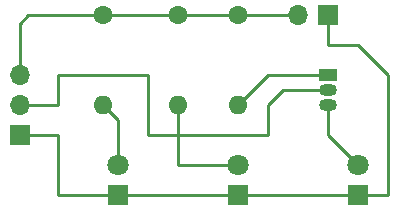
<source format=gbr>
%TF.GenerationSoftware,KiCad,Pcbnew,(6.0.4)*%
%TF.CreationDate,2022-04-19T13:15:10+02:00*%
%TF.ProjectId,light_gate,6c696768-745f-4676-9174-652e6b696361,rev?*%
%TF.SameCoordinates,Original*%
%TF.FileFunction,Copper,L2,Bot*%
%TF.FilePolarity,Positive*%
%FSLAX46Y46*%
G04 Gerber Fmt 4.6, Leading zero omitted, Abs format (unit mm)*
G04 Created by KiCad (PCBNEW (6.0.4)) date 2022-04-19 13:15:10*
%MOMM*%
%LPD*%
G01*
G04 APERTURE LIST*
%TA.AperFunction,ComponentPad*%
%ADD10C,1.600000*%
%TD*%
%TA.AperFunction,ComponentPad*%
%ADD11O,1.600000X1.600000*%
%TD*%
%TA.AperFunction,ComponentPad*%
%ADD12R,1.800000X1.800000*%
%TD*%
%TA.AperFunction,ComponentPad*%
%ADD13C,1.800000*%
%TD*%
%TA.AperFunction,ComponentPad*%
%ADD14R,1.700000X1.700000*%
%TD*%
%TA.AperFunction,ComponentPad*%
%ADD15O,1.700000X1.700000*%
%TD*%
%TA.AperFunction,ComponentPad*%
%ADD16R,1.500000X1.050000*%
%TD*%
%TA.AperFunction,ComponentPad*%
%ADD17O,1.500000X1.050000*%
%TD*%
%TA.AperFunction,Conductor*%
%ADD18C,0.250000*%
%TD*%
G04 APERTURE END LIST*
D10*
%TO.P,R1,1*%
%TO.N,Net-(J1-Pad3)*%
X125730000Y-93980000D03*
D11*
%TO.P,R1,2*%
%TO.N,Net-(D1-Pad2)*%
X125730000Y-101600000D03*
%TD*%
D12*
%TO.P,D1,1,K*%
%TO.N,Net-(D1-Pad1)*%
X127000000Y-109220000D03*
D13*
%TO.P,D1,2,A*%
%TO.N,Net-(D1-Pad2)*%
X127000000Y-106680000D03*
%TD*%
D14*
%TO.P,J1,1,Pin_1*%
%TO.N,Net-(D1-Pad1)*%
X118675000Y-104125000D03*
D15*
%TO.P,J1,2,Pin_2*%
%TO.N,Net-(D2-Pad2)*%
X118675000Y-101585000D03*
%TO.P,J1,3,Pin_3*%
%TO.N,Net-(J1-Pad3)*%
X118675000Y-99045000D03*
%TD*%
D10*
%TO.P,R2,1*%
%TO.N,Net-(J1-Pad3)*%
X132080000Y-93980000D03*
D11*
%TO.P,R2,2*%
%TO.N,Net-(D2-Pad2)*%
X132080000Y-101600000D03*
%TD*%
D14*
%TO.P,J2,1,Pin_1*%
%TO.N,Net-(D1-Pad1)*%
X144780000Y-93980000D03*
D15*
%TO.P,J2,2,Pin_2*%
%TO.N,Net-(J1-Pad3)*%
X142240000Y-93980000D03*
%TD*%
D16*
%TO.P,Q1,1,C*%
%TO.N,Net-(Q1-Pad1)*%
X144780000Y-99060000D03*
D17*
%TO.P,Q1,2,B*%
%TO.N,Net-(D2-Pad2)*%
X144780000Y-100330000D03*
%TO.P,Q1,3,E*%
%TO.N,Net-(D3-Pad2)*%
X144780000Y-101600000D03*
%TD*%
D12*
%TO.P,D2,1,K*%
%TO.N,Net-(D1-Pad1)*%
X137160000Y-109220000D03*
D13*
%TO.P,D2,2,A*%
%TO.N,Net-(D2-Pad2)*%
X137160000Y-106680000D03*
%TD*%
D12*
%TO.P,D3,1,K*%
%TO.N,Net-(D1-Pad1)*%
X147320000Y-109220000D03*
D13*
%TO.P,D3,2,A*%
%TO.N,Net-(D3-Pad2)*%
X147320000Y-106680000D03*
%TD*%
D10*
%TO.P,R3,1*%
%TO.N,Net-(J1-Pad3)*%
X137160000Y-93980000D03*
D11*
%TO.P,R3,2*%
%TO.N,Net-(Q1-Pad1)*%
X137160000Y-101600000D03*
%TD*%
D18*
%TO.N,Net-(D1-Pad1)*%
X149860000Y-109220000D02*
X147320000Y-109220000D01*
X147320000Y-109220000D02*
X137160000Y-109220000D01*
X121920000Y-109220000D02*
X127000000Y-109220000D01*
X121905000Y-104125000D02*
X121920000Y-104140000D01*
X147320000Y-96520000D02*
X149860000Y-99060000D01*
X121920000Y-104140000D02*
X121920000Y-109220000D01*
X127000000Y-109220000D02*
X137160000Y-109220000D01*
X144780000Y-96520000D02*
X147320000Y-96520000D01*
X144780000Y-93980000D02*
X144780000Y-96520000D01*
X118675000Y-104125000D02*
X121905000Y-104125000D01*
X149860000Y-101600000D02*
X149860000Y-109220000D01*
X149860000Y-99060000D02*
X149860000Y-101600000D01*
%TO.N,Net-(D1-Pad2)*%
X125730000Y-101600000D02*
X127000000Y-102870000D01*
X127000000Y-102870000D02*
X127000000Y-106680000D01*
%TO.N,Net-(D2-Pad2)*%
X134620000Y-104140000D02*
X129540000Y-104140000D01*
X132080000Y-101600000D02*
X132080000Y-106680000D01*
X140970000Y-100330000D02*
X144780000Y-100330000D01*
X121920000Y-101600000D02*
X121905000Y-101585000D01*
X139700000Y-101600000D02*
X140970000Y-100330000D01*
X139700000Y-104140000D02*
X139700000Y-101600000D01*
X121920000Y-99060000D02*
X121920000Y-101600000D01*
X129540000Y-99060000D02*
X121920000Y-99060000D01*
X129540000Y-104140000D02*
X129540000Y-99060000D01*
X132080000Y-106680000D02*
X137160000Y-106680000D01*
X134620000Y-104140000D02*
X139700000Y-104140000D01*
X121905000Y-101585000D02*
X118675000Y-101585000D01*
%TO.N,Net-(J1-Pad3)*%
X132080000Y-93980000D02*
X137160000Y-93980000D01*
X119380000Y-93980000D02*
X125730000Y-93980000D01*
X118675000Y-94685000D02*
X119380000Y-93980000D01*
X125730000Y-93980000D02*
X132080000Y-93980000D01*
X142240000Y-93980000D02*
X137160000Y-93980000D01*
X118675000Y-99045000D02*
X118675000Y-94685000D01*
%TO.N,Net-(Q1-Pad1)*%
X137160000Y-101600000D02*
X139700000Y-99060000D01*
X139700000Y-99060000D02*
X144780000Y-99060000D01*
%TO.N,Net-(D3-Pad2)*%
X144780000Y-104140000D02*
X147320000Y-106680000D01*
X144780000Y-101600000D02*
X144780000Y-104140000D01*
%TD*%
M02*

</source>
